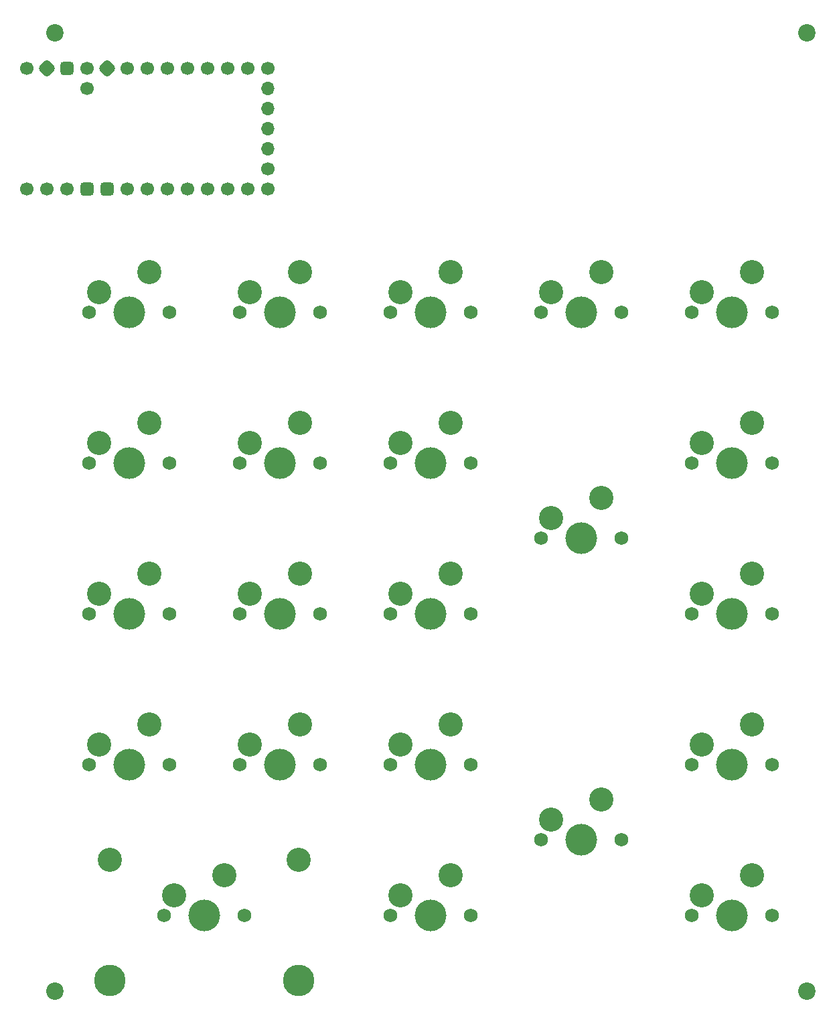
<source format=gbr>
%TF.GenerationSoftware,KiCad,Pcbnew,9.0.5*%
%TF.CreationDate,2025-11-02T15:14:47-08:00*%
%TF.ProjectId,MacroPad,4d616372-6f50-4616-942e-6b696361645f,rev?*%
%TF.SameCoordinates,Original*%
%TF.FileFunction,Soldermask,Top*%
%TF.FilePolarity,Negative*%
%FSLAX46Y46*%
G04 Gerber Fmt 4.6, Leading zero omitted, Abs format (unit mm)*
G04 Created by KiCad (PCBNEW 9.0.5) date 2025-11-02 15:14:47*
%MOMM*%
%LPD*%
G01*
G04 APERTURE LIST*
G04 Aperture macros list*
%AMRoundRect*
0 Rectangle with rounded corners*
0 $1 Rounding radius*
0 $2 $3 $4 $5 $6 $7 $8 $9 X,Y pos of 4 corners*
0 Add a 4 corners polygon primitive as box body*
4,1,4,$2,$3,$4,$5,$6,$7,$8,$9,$2,$3,0*
0 Add four circle primitives for the rounded corners*
1,1,$1+$1,$2,$3*
1,1,$1+$1,$4,$5*
1,1,$1+$1,$6,$7*
1,1,$1+$1,$8,$9*
0 Add four rect primitives between the rounded corners*
20,1,$1+$1,$2,$3,$4,$5,0*
20,1,$1+$1,$4,$5,$6,$7,0*
20,1,$1+$1,$6,$7,$8,$9,0*
20,1,$1+$1,$8,$9,$2,$3,0*%
G04 Aperture macros list end*
%ADD10C,2.200000*%
%ADD11C,1.750000*%
%ADD12C,3.050000*%
%ADD13C,4.000000*%
%ADD14C,3.048000*%
%ADD15C,3.987800*%
%ADD16RoundRect,0.425000X-0.601041X0.000000X0.000000X-0.601041X0.601041X0.000000X0.000000X0.601041X0*%
%ADD17C,1.700000*%
%ADD18RoundRect,0.425000X-0.425000X0.425000X-0.425000X-0.425000X0.425000X-0.425000X0.425000X0.425000X0*%
%ADD19RoundRect,0.425000X0.425000X-0.425000X0.425000X0.425000X-0.425000X0.425000X-0.425000X-0.425000X0*%
%ADD20O,1.700000X1.700000*%
G04 APERTURE END LIST*
D10*
%TO.C,REF\u002A\u002A*%
X50000000Y-46000000D03*
%TD*%
%TO.C,REF\u002A\u002A*%
X50000000Y-167000000D03*
%TD*%
%TO.C,REF\u002A\u002A*%
X145000000Y-167000000D03*
%TD*%
%TO.C,REF\u002A\u002A*%
X145000000Y-46000000D03*
%TD*%
D11*
%TO.C,SW16*%
X73315000Y-138400000D03*
D12*
X74585000Y-135860000D03*
D13*
X78395000Y-138400000D03*
D12*
X80935000Y-133320000D03*
D11*
X83475000Y-138400000D03*
%TD*%
D14*
%TO.C,ST19*%
X56932000Y-150465000D03*
D15*
X56932000Y-165675000D03*
D14*
X80808000Y-150465000D03*
D15*
X80808000Y-165675000D03*
%TD*%
D11*
%TO.C,SW6*%
X54265000Y-100300000D03*
D12*
X55535000Y-97760000D03*
D13*
X59345000Y-100300000D03*
D12*
X61885000Y-95220000D03*
D11*
X64425000Y-100300000D03*
%TD*%
%TO.C,SW15*%
X54265000Y-138400000D03*
D12*
X55535000Y-135860000D03*
D13*
X59345000Y-138400000D03*
D12*
X61885000Y-133320000D03*
D11*
X64425000Y-138400000D03*
%TD*%
%TO.C,SW1*%
X54265000Y-81250000D03*
D12*
X55535000Y-78710000D03*
D13*
X59345000Y-81250000D03*
D12*
X61885000Y-76170000D03*
D11*
X64425000Y-81250000D03*
%TD*%
%TO.C,SW12*%
X92365000Y-119350000D03*
D12*
X93635000Y-116810000D03*
D13*
X97445000Y-119350000D03*
D12*
X99985000Y-114270000D03*
D11*
X102525000Y-119350000D03*
%TD*%
%TO.C,SW21*%
X111415000Y-147925000D03*
D12*
X112685000Y-145385000D03*
D13*
X116495000Y-147925000D03*
D12*
X119035000Y-142845000D03*
D11*
X121575000Y-147925000D03*
%TD*%
%TO.C,SW18*%
X130465000Y-138400000D03*
D12*
X131735000Y-135860000D03*
D13*
X135545000Y-138400000D03*
D12*
X138085000Y-133320000D03*
D11*
X140625000Y-138400000D03*
%TD*%
%TO.C,SW2*%
X73315000Y-81250000D03*
D12*
X74585000Y-78710000D03*
D13*
X78395000Y-81250000D03*
D12*
X80935000Y-76170000D03*
D11*
X83475000Y-81250000D03*
%TD*%
%TO.C,SW19*%
X63790000Y-157450000D03*
D12*
X65060000Y-154910000D03*
D13*
X68870000Y-157450000D03*
D12*
X71410000Y-152370000D03*
D11*
X73950000Y-157450000D03*
%TD*%
%TO.C,SW17*%
X92365000Y-138400000D03*
D12*
X93635000Y-135860000D03*
D13*
X97445000Y-138400000D03*
D12*
X99985000Y-133320000D03*
D11*
X102525000Y-138400000D03*
%TD*%
%TO.C,SW5*%
X130465000Y-81250000D03*
D12*
X131735000Y-78710000D03*
D13*
X135545000Y-81250000D03*
D12*
X138085000Y-76170000D03*
D11*
X140625000Y-81250000D03*
%TD*%
%TO.C,SW11*%
X73315000Y-119350000D03*
D12*
X74585000Y-116810000D03*
D13*
X78395000Y-119350000D03*
D12*
X80935000Y-114270000D03*
D11*
X83475000Y-119350000D03*
%TD*%
%TO.C,SW7*%
X73315000Y-100300000D03*
D12*
X74585000Y-97760000D03*
D13*
X78395000Y-100300000D03*
D12*
X80935000Y-95220000D03*
D11*
X83475000Y-100300000D03*
%TD*%
%TO.C,SW4*%
X111415000Y-81250000D03*
D12*
X112685000Y-78710000D03*
D13*
X116495000Y-81250000D03*
D12*
X119035000Y-76170000D03*
D11*
X121575000Y-81250000D03*
%TD*%
%TO.C,SW10*%
X54265000Y-119350000D03*
D12*
X55535000Y-116810000D03*
D13*
X59345000Y-119350000D03*
D12*
X61885000Y-114270000D03*
D11*
X64425000Y-119350000D03*
%TD*%
%TO.C,SW14*%
X130465000Y-119350000D03*
D12*
X131735000Y-116810000D03*
D13*
X135545000Y-119350000D03*
D12*
X138085000Y-114270000D03*
D11*
X140625000Y-119350000D03*
%TD*%
%TO.C,SW13*%
X111415000Y-109825000D03*
D12*
X112685000Y-107285000D03*
D13*
X116495000Y-109825000D03*
D12*
X119035000Y-104745000D03*
D11*
X121575000Y-109825000D03*
%TD*%
%TO.C,SW3*%
X92365000Y-81250000D03*
D12*
X93635000Y-78710000D03*
D13*
X97445000Y-81250000D03*
D12*
X99985000Y-76170000D03*
D11*
X102525000Y-81250000D03*
%TD*%
%TO.C,SW20*%
X92365000Y-157450000D03*
D12*
X93635000Y-154910000D03*
D13*
X97445000Y-157450000D03*
D12*
X99985000Y-152370000D03*
D11*
X102525000Y-157450000D03*
%TD*%
%TO.C,SW8*%
X92365000Y-100300000D03*
D12*
X93635000Y-97760000D03*
D13*
X97445000Y-100300000D03*
D12*
X99985000Y-95220000D03*
D11*
X102525000Y-100300000D03*
%TD*%
%TO.C,SW22*%
X130465000Y-157450000D03*
D12*
X131735000Y-154910000D03*
D13*
X135545000Y-157450000D03*
D12*
X138085000Y-152370000D03*
D11*
X140625000Y-157450000D03*
%TD*%
%TO.C,SW9*%
X130465000Y-100300000D03*
D12*
X131735000Y-97760000D03*
D13*
X135545000Y-100300000D03*
D12*
X138085000Y-95220000D03*
D11*
X140625000Y-100300000D03*
%TD*%
D16*
%TO.C,REF\u002A\u002A*%
X56540000Y-50460000D03*
D17*
X76860000Y-50460000D03*
X74320000Y-50460000D03*
X71780000Y-50460000D03*
X69240000Y-50460000D03*
X66700000Y-50460000D03*
X64160000Y-50460000D03*
X61620000Y-50460000D03*
X59080000Y-50460000D03*
X46380000Y-65700000D03*
X46380000Y-50460000D03*
D18*
X51460000Y-50460000D03*
D19*
X56540000Y-65700000D03*
X54000000Y-65700000D03*
D17*
X48920000Y-65700000D03*
X51460000Y-65700000D03*
X59080000Y-65700000D03*
X61620000Y-65700000D03*
X64160000Y-65700000D03*
X66700000Y-65700000D03*
X69240000Y-65700000D03*
X71780000Y-65700000D03*
X74320000Y-65700000D03*
X76860000Y-65700000D03*
X76860000Y-63160000D03*
D20*
X76860000Y-60620000D03*
X76860000Y-58080000D03*
X76860000Y-55540000D03*
X76860000Y-53000000D03*
D17*
X54000000Y-53000000D03*
D16*
X48920000Y-50460000D03*
D17*
X54000000Y-50460000D03*
%TD*%
M02*

</source>
